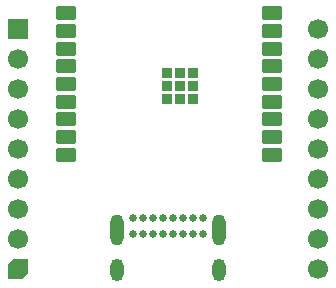
<source format=gbr>
%TF.GenerationSoftware,KiCad,Pcbnew,8.0.4*%
%TF.CreationDate,2024-07-28T04:47:57-04:00*%
%TF.ProjectId,esp32-c3-wroom-socket,65737033-322d-4633-932d-77726f6f6d2d,rev?*%
%TF.SameCoordinates,Original*%
%TF.FileFunction,Soldermask,Top*%
%TF.FilePolarity,Negative*%
%FSLAX46Y46*%
G04 Gerber Fmt 4.6, Leading zero omitted, Abs format (unit mm)*
G04 Created by KiCad (PCBNEW 8.0.4) date 2024-07-28 04:47:57*
%MOMM*%
%LPD*%
G01*
G04 APERTURE LIST*
G04 Aperture macros list*
%AMRoundRect*
0 Rectangle with rounded corners*
0 $1 Rounding radius*
0 $2 $3 $4 $5 $6 $7 $8 $9 X,Y pos of 4 corners*
0 Add a 4 corners polygon primitive as box body*
4,1,4,$2,$3,$4,$5,$6,$7,$8,$9,$2,$3,0*
0 Add four circle primitives for the rounded corners*
1,1,$1+$1,$2,$3*
1,1,$1+$1,$4,$5*
1,1,$1+$1,$6,$7*
1,1,$1+$1,$8,$9*
0 Add four rect primitives between the rounded corners*
20,1,$1+$1,$2,$3,$4,$5,0*
20,1,$1+$1,$4,$5,$6,$7,0*
20,1,$1+$1,$6,$7,$8,$9,0*
20,1,$1+$1,$8,$9,$2,$3,0*%
%AMOutline5P*
0 Free polygon, 5 corners , with rotation*
0 The origin of the aperture is its center*
0 number of corners: always 5*
0 $1 to $10 corner X, Y*
0 $11 Rotation angle, in degrees counterclockwise*
0 create outline with 5 corners*
4,1,5,$1,$2,$3,$4,$5,$6,$7,$8,$9,$10,$1,$2,$11*%
%AMOutline6P*
0 Free polygon, 6 corners , with rotation*
0 The origin of the aperture is its center*
0 number of corners: always 6*
0 $1 to $12 corner X, Y*
0 $13 Rotation angle, in degrees counterclockwise*
0 create outline with 6 corners*
4,1,6,$1,$2,$3,$4,$5,$6,$7,$8,$9,$10,$11,$12,$1,$2,$13*%
%AMOutline7P*
0 Free polygon, 7 corners , with rotation*
0 The origin of the aperture is its center*
0 number of corners: always 7*
0 $1 to $14 corner X, Y*
0 $15 Rotation angle, in degrees counterclockwise*
0 create outline with 7 corners*
4,1,7,$1,$2,$3,$4,$5,$6,$7,$8,$9,$10,$11,$12,$13,$14,$1,$2,$15*%
%AMOutline8P*
0 Free polygon, 8 corners , with rotation*
0 The origin of the aperture is its center*
0 number of corners: always 8*
0 $1 to $16 corner X, Y*
0 $17 Rotation angle, in degrees counterclockwise*
0 create outline with 8 corners*
4,1,8,$1,$2,$3,$4,$5,$6,$7,$8,$9,$10,$11,$12,$13,$14,$15,$16,$1,$2,$17*%
G04 Aperture macros list end*
%ADD10R,1.700000X1.700000*%
%ADD11RoundRect,0.102000X-0.750000X-0.450000X0.750000X-0.450000X0.750000X0.450000X-0.750000X0.450000X0*%
%ADD12C,1.700000*%
%ADD13Outline6P,-0.850000X0.340000X-0.340000X0.850000X0.850000X0.850000X0.850000X-0.340000X0.340000X-0.850000X-0.850000X-0.850000X0.000000*%
%ADD14RoundRect,0.102000X-0.350000X-0.350000X0.350000X-0.350000X0.350000X0.350000X-0.350000X0.350000X0*%
%ADD15C,0.660400*%
%ADD16O,1.117600X1.905000*%
%ADD17O,1.117600X2.616200*%
G04 APERTURE END LIST*
D10*
%TO.C,U1*%
X112600000Y-59180000D03*
D11*
X116630000Y-57860000D03*
D12*
X112600000Y-61720000D03*
D11*
X116630000Y-59360000D03*
D12*
X112600000Y-64260000D03*
D11*
X116630000Y-60860000D03*
D12*
X112600000Y-66800000D03*
D11*
X116630000Y-62360000D03*
D12*
X112600000Y-69340000D03*
D11*
X116630000Y-63860000D03*
D12*
X112600000Y-71880000D03*
D11*
X116630000Y-65360000D03*
D12*
X112600000Y-74420000D03*
D11*
X116630000Y-66860000D03*
D12*
X112600000Y-76960000D03*
D11*
X116630000Y-68360000D03*
D13*
X112600000Y-79500000D03*
D11*
X116630000Y-69860000D03*
X134130000Y-69860000D03*
D12*
X138000000Y-79500000D03*
D11*
X134130000Y-68360000D03*
D12*
X138000000Y-76960000D03*
D11*
X134130000Y-66860000D03*
D12*
X138000000Y-74420000D03*
D11*
X134130000Y-65360000D03*
D12*
X138000000Y-71880000D03*
D11*
X134130000Y-63860000D03*
D12*
X138000000Y-69340000D03*
D11*
X134130000Y-62360000D03*
D12*
X138000000Y-66800000D03*
D11*
X134130000Y-60860000D03*
D12*
X138000000Y-64260000D03*
D11*
X134130000Y-59360000D03*
D12*
X138000000Y-61720000D03*
D11*
X134130000Y-57860000D03*
D12*
X138000000Y-59180000D03*
D14*
X125240000Y-62960000D03*
X126340000Y-62960000D03*
X127440000Y-62960000D03*
X125240000Y-64060000D03*
X126340000Y-64060000D03*
X127440000Y-64060000D03*
X125240000Y-65160000D03*
X126340000Y-65160000D03*
X127440000Y-65160000D03*
%TD*%
D15*
%TO.C,J1*%
X122314444Y-75232435D03*
X123164445Y-75232435D03*
X124014443Y-75232435D03*
X124864444Y-75232435D03*
X125714445Y-75232435D03*
X126564446Y-75232435D03*
X127414444Y-75232435D03*
X128264445Y-75232435D03*
X128264445Y-76582435D03*
X127414444Y-76582435D03*
X126564446Y-76582435D03*
X125714445Y-76582435D03*
X124864444Y-76582435D03*
X124014443Y-76582435D03*
X123164445Y-76582435D03*
X122314444Y-76582435D03*
D16*
X120964459Y-79597435D03*
X129614429Y-79597435D03*
D17*
X120964444Y-76212436D03*
X129614429Y-76212435D03*
%TD*%
M02*

</source>
